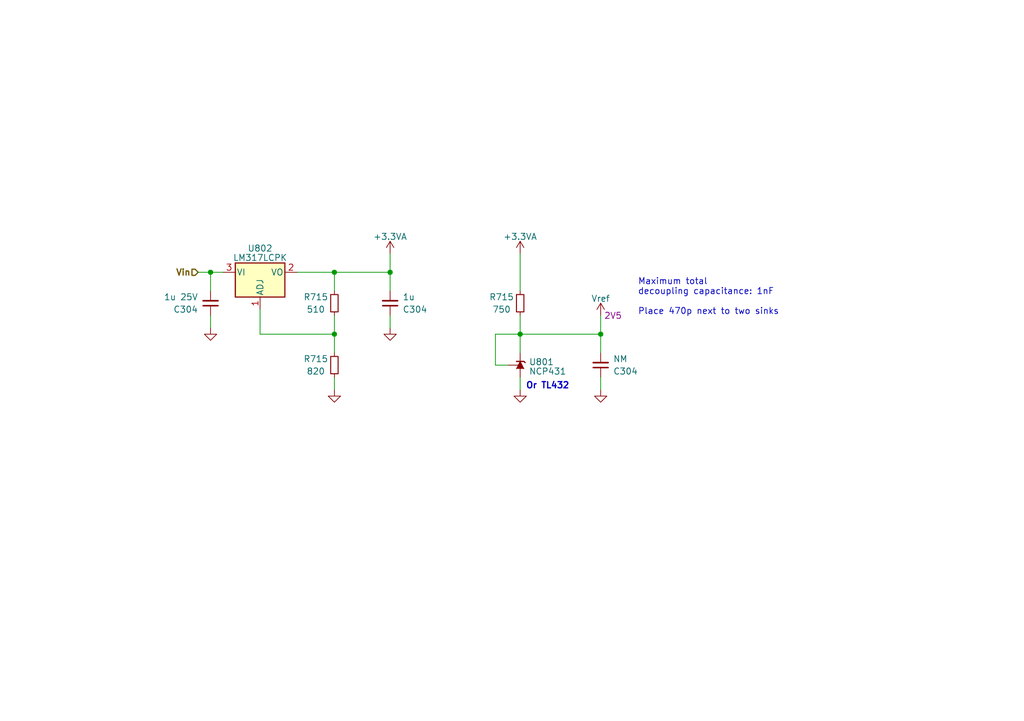
<source format=kicad_sch>
(kicad_sch (version 20230121) (generator eeschema)
  (paper "A5")
  (lib_symbols
    (symbol "+5VA_1" (power) (pin_names (offset 0))
      (property "Value" "+5VA_1" (at 0 3.5019 0))
      (symbol "+5VA_1_0_1"
        (polyline (pts (xy -0.762 1.27) (xy 0 2.54)))
        (polyline (pts (xy 0 0) (xy 0 2.54)))
        (polyline (pts (xy 0 2.54) (xy 0.762 1.27)))
      )
      (symbol "+5VA_1_1_1"
        (pin power_in line (at 0 0 90) (length 0) hide (name "Vref") (number "1"))
      )
    )
    (symbol "Device:C_Small" (pin_numbers hide) (pin_names (offset 0.254) hide)
      (property "Reference" "C" (at 0.254 1.778 0))
      (property "Value" "C_Small" (at 0.254 -2.032 0))
      (symbol "C_Small_0_1"
        (polyline (pts (xy -1.524 -0.508) (xy 1.524 -0.508)) (stroke (width 0.3302)))
        (polyline (pts (xy -1.524 0.508) (xy 1.524 0.508)) (stroke (width 0.3048)))
      )
      (symbol "C_Small_1_1"
        (pin passive line (at 0 2.54 270) (length 2.032) (name "~") (number "1"))
        (pin passive line (at 0 -2.54 90) (length 2.032) (name "~") (number "2"))
      )
    )
    (symbol "Device:R_Small" (pin_numbers hide) (pin_names (offset 0.254) hide)
      (property "Reference" "R" (at 0.762 0.508 0))
      (property "Value" "R_Small" (at 0.762 -1.016 0))
      (symbol "R_Small_0_1"
        (rectangle (start -0.762 1.778) (end 0.762 -1.778) (stroke (width 0.2032)))
      )
      (symbol "R_Small_1_1"
        (pin passive line (at 0 2.54 270) (length 0.762) (name "~") (number "1"))
        (pin passive line (at 0 -2.54 90) (length 0.762) (name "~") (number "2"))
      )
    )
    (symbol "Reference_Voltage:TL432DBZ" (pin_numbers hide) (pin_names hide)
      (property "Reference" "U" (at -2.54 2.54 0))
      (property "Value" "TL432DBZ" (at 0 -2.54 0))
      (symbol "TL432DBZ_0_1"
        (polyline (pts (xy -1.27 0) (xy 0 0) (xy 1.27 0)))
        (polyline (pts (xy -0.762 0.762) (xy 0.762 0) (xy -0.762 -0.762)) (fill (type outline)))
        (polyline (pts (xy 0.508 -1.016) (xy 0.762 -0.762) (xy 0.762 0.762) (xy 0.762 0.762)) (stroke (width 0.254)))
      )
      (symbol "TL432DBZ_1_1"
        (pin passive line (at 0 2.54 270) (length 2.54) (name "REF") (number "1"))
        (pin passive line (at 2.54 0 180) (length 1.27) (name "K") (number "2"))
        (pin passive line (at -2.54 0 0) (length 1.27) (name "A") (number "3"))
      )
    )
    (symbol "Regulator_Linear:LM317L_SOT-89" (pin_names (offset 0.254))
      (property "Reference" "U" (at -3.81 3.175 0))
      (property "Value" "LM317L_SOT-89" (at 0 3.175 0))
      (symbol "LM317L_SOT-89_0_1"
        (rectangle (start -5.08 1.905) (end 5.08 -5.08) (stroke (width 0.254)) (fill (type background)))
      )
      (symbol "LM317L_SOT-89_1_1"
        (pin input line (at 0 -7.62 90) (length 2.54) (name "ADJ") (number "1"))
        (pin power_out line (at 7.62 0 180) (length 2.54) (name "VO") (number "2"))
        (pin power_in line (at -7.62 0 0) (length 2.54) (name "VI") (number "3"))
      )
    )
    (symbol "power:+3.3VA" (power) (pin_names (offset 0))
      (property "Value" "+3.3VA" (at 0 3.556 0))
      (symbol "+3.3VA_0_1"
        (polyline (pts (xy -0.762 1.27) (xy 0 2.54)))
        (polyline (pts (xy 0 0) (xy 0 2.54)))
        (polyline (pts (xy 0 2.54) (xy 0.762 1.27)))
      )
      (symbol "+3.3VA_1_1"
        (pin power_in line (at 0 0 90) (length 0) hide (name "+3.3VA") (number "1"))
      )
    )
    (symbol "power:GND" (power) (pin_names (offset 0))
      (property "Value" "GND" (at 0 -3.81 0))
      (symbol "GND_0_1"
        (polyline (pts (xy 0 0) (xy 0 -1.27) (xy 1.27 -1.27) (xy 0 -2.54) (xy -1.27 -1.27) (xy 0 -1.27)))
      )
      (symbol "GND_1_1"
        (pin power_in line (at 0 0 270) (length 0) hide (name "GND") (number "1"))
      )
    )
  )
  (junction (at 123.19 68.58))
  (junction (at 106.68 68.58))
  (junction (at 80.01 55.88))
  (junction (at 68.58 55.88))
  (junction (at 68.58 68.58))
  (junction (at 43.18 55.88))
  (wire (pts (xy 43.18 55.88) (xy 43.18 59.69)))
  (wire (pts (xy 106.68 77.47) (xy 106.68 80.01)))
  (wire (pts (xy 68.58 55.88) (xy 60.96 55.88)))
  (wire (pts (xy 43.18 64.77) (xy 43.18 67.31)))
  (wire (pts (xy 106.68 64.77) (xy 106.68 68.58)))
  (wire (pts (xy 68.58 68.58) (xy 68.58 72.39)))
  (wire (pts (xy 123.19 64.77) (xy 123.19 68.58)))
  (wire (pts (xy 53.34 68.58) (xy 68.58 68.58)))
  (wire (pts (xy 53.34 63.5) (xy 53.34 68.58)))
  (wire (pts (xy 43.18 55.88) (xy 45.72 55.88)))
  (wire (pts (xy 68.58 59.69) (xy 68.58 55.88)))
  (wire (pts (xy 40.64 55.88) (xy 43.18 55.88)))
  (wire (pts (xy 68.58 77.47) (xy 68.58 80.01)))
  (wire (pts (xy 123.19 77.47) (xy 123.19 80.01)))
  (wire (pts (xy 104.14 74.93) (xy 101.6 74.93)))
  (wire (pts (xy 80.01 52.07) (xy 80.01 55.88)))
  (wire (pts (xy 101.6 68.58) (xy 106.68 68.58)))
  (wire (pts (xy 68.58 55.88) (xy 80.01 55.88)))
  (wire (pts (xy 106.68 68.58) (xy 106.68 72.39)))
  (wire (pts (xy 80.01 55.88) (xy 80.01 59.69)))
  (wire (pts (xy 106.68 68.58) (xy 123.19 68.58)))
  (wire (pts (xy 123.19 72.39) (xy 123.19 68.58)))
  (wire (pts (xy 106.68 52.07) (xy 106.68 59.69)))
  (wire (pts (xy 68.58 68.58) (xy 68.58 64.77)))
  (wire (pts (xy 80.01 64.77) (xy 80.01 67.31)))
  (wire (pts (xy 101.6 74.93) (xy 101.6 68.58)))
  (text "Or TL432" (at 116.84 80.01 0) (effects (font (size 1.27 1.27) bold) (justify right bottom)))
  (text "Maximum total\ndecoupling capacitance: 1nF\n\nPlace 470p next to two sinks" (at 130.81 64.77 0) (effects (font (size 1.27 1.27)) (justify left bottom)))
  (hierarchical_label "Vin" (shape input) (at 40.64 55.88 180) (effects (font bold)))
  (symbol (lib_id "power:+3.3VA") (at 106.68 52.07 0) (unit 1)
    (property "Reference" "#PWR0102" (effects hide))
    (property "Value" "+3.3VA" (at 106.68 48.5681 0))
    (instances (project "OpenUPS_ups" (path "" (reference "#PWR0102") (unit 1)) (path "" (reference "#PWR0431") (unit 1)) (path "" (reference "#PWR0804") (unit 1))))
  )
  (symbol (lib_id "Reference_Voltage:TL432DBZ") (at 106.68 74.93 90) (unit 1)
    (property "Reference" "U801" (at 108.458 74.2863 90) (effects (justify right)))
    (property "Value" "NCP431" (at 108.458 76.2073 90) (effects (justify right)))
    (property "Footprint" "Package_TO_SOT_SMD:SOT-23" (effects hide))
    (property "Datasheet" "https://www.onsemi.com/pdf/datasheet/ncp431-d.pdf" (effects hide))
  )
  (symbol (lib_id "Device:C_Small") (at 80.01 62.23 180) (unit 1)
    (property "Reference" "C304" (at 82.55 63.5 0) (effects (justify right)))
    (property "Value" "1u" (at 82.55 60.96 0) (effects (justify right)))
    (property "Footprint" "Capacitor_SMD:C_0603_1608Metric" (effects hide))
    (instances (project "OpenUPS_ups" (path "" (reference "C304") (unit 1)) (path "" (reference "C506") (unit 1)) (path "" (reference "C802") (unit 1))))
  )
  (symbol (lib_id "Device:C_Small") (at 123.19 74.93 180) (unit 1)
    (property "Reference" "C304" (at 125.73 76.2 0) (effects (justify right)))
    (property "Value" "NM" (at 125.73 73.66 0) (effects (justify right)))
    (property "Footprint" "Capacitor_SMD:C_0603_1608Metric" (effects hide))
    (instances (project "OpenUPS_ups" (path "" (reference "C304") (unit 1)) (path "" (reference "C506") (unit 1)) (path "" (reference "C801") (unit 1))))
  )
  (symbol (lib_id "power:GND") (at 123.19 80.01 0) (unit 1)
    (property "Reference" "#PWR0306" (effects hide))
    (property "Value" "GND" (effects hide))
    (instances (project "OpenUPS_ups" (path "" (reference "#PWR0306") (unit 1)) (path "" (reference "#PWR0514") (unit 1)) (path "" (reference "#PWR0805") (unit 1))))
  )
  (symbol (lib_id "Device:R_Small") (at 106.68 62.23 180) (unit 1)
    (property "Reference" "R715" (at 102.87 60.96 0))
    (property "Value" "750" (at 102.87 63.5 0))
    (property "Footprint" "Resistor_SMD:R_0603_1608Metric" (effects hide))
    (instances (project "OpenUPS_ups" (path "" (reference "R715") (unit 1)) (path "" (reference "R413") (unit 1)) (path "" (reference "R506") (unit 1)) (path "" (reference "R801") (unit 1))))
  )
  (symbol (lib_id "Regulator_Linear:LM317L_SOT-89") (at 53.34 55.88 0) (unit 1)
    (property "Reference" "U802" (at 53.34 50.9651 0))
    (property "Value" "LM317LCPK" (at 53.34 52.8861 0))
    (property "Footprint" "Package_TO_SOT_SMD:SOT-89-3" (effects hide))
    (property "Datasheet" "http://www.ti.com/lit/ds/symlink/lm317l.pdf" (effects hide))
  )
  (symbol (lib_name "+5VA_1") (lib_id "power:+5VA") (at 123.19 64.77 0) (unit 1)
    (property "Reference" "#PWR0513" (effects hide))
    (property "Value" "Vref" (at 123.19 61.2681 0))
    (property "Comment" "2V5" (at 125.73 64.77 0))
    (instances (project "OpenUPS_ups" (path "" (reference "#PWR0513") (unit 1)) (path "" (reference "#PWR0803") (unit 1))))
  )
  (symbol (lib_id "Device:R_Small") (at 68.58 62.23 180) (unit 1)
    (property "Reference" "R715" (at 64.77 60.96 0))
    (property "Value" "510" (at 64.77 63.5 0))
    (property "Footprint" "Resistor_SMD:R_0603_1608Metric" (effects hide))
    (instances (project "OpenUPS_ups" (path "" (reference "R715") (unit 1)) (path "" (reference "R413") (unit 1)) (path "" (reference "R506") (unit 1)) (path "" (reference "R802") (unit 1))))
  )
  (symbol (lib_id "Device:R_Small") (at 68.58 74.93 180) (unit 1)
    (property "Reference" "R715" (at 64.77 73.66 0))
    (property "Value" "820" (at 64.77 76.2 0))
    (property "Footprint" "Resistor_SMD:R_0603_1608Metric" (effects hide))
    (instances (project "OpenUPS_ups" (path "" (reference "R715") (unit 1)) (path "" (reference "R413") (unit 1)) (path "" (reference "R506") (unit 1)) (path "" (reference "R803") (unit 1))))
  )
  (symbol (lib_id "Device:C_Small") (at 43.18 62.23 0) (mirror x) (unit 1)
    (property "Reference" "C304" (at 40.64 63.5 0) (effects (justify right)))
    (property "Value" "1u 25V" (at 40.64 60.96 0) (effects (justify right)))
    (property "Footprint" "Capacitor_SMD:C_0603_1608Metric" (effects hide))
    (instances (project "OpenUPS_ups" (path "" (reference "C304") (unit 1)) (path "" (reference "C506") (unit 1)) (path "" (reference "C803") (unit 1))))
  )
  (symbol (lib_id "power:+3.3VA") (at 80.01 52.07 0) (unit 1)
    (property "Reference" "#PWR0102" (effects hide))
    (property "Value" "+3.3VA" (at 80.01 48.5681 0))
    (instances (project "OpenUPS_ups" (path "" (reference "#PWR0102") (unit 1)) (path "" (reference "#PWR0431") (unit 1)) (path "" (reference "#PWR0801") (unit 1))))
  )
  (symbol (lib_id "power:GND") (at 68.58 80.01 0) (unit 1)
    (property "Reference" "#PWR0306" (effects hide))
    (property "Value" "GND" (effects hide))
    (instances (project "OpenUPS_ups" (path "" (reference "#PWR0306") (unit 1)) (path "" (reference "#PWR0514") (unit 1)) (path "" (reference "#PWR0806") (unit 1))))
  )
  (symbol (lib_id "power:GND") (at 80.01 67.31 0) (unit 1)
    (property "Reference" "#PWR0306" (effects hide))
    (property "Value" "GND" (effects hide))
    (instances (project "OpenUPS_ups" (path "" (reference "#PWR0306") (unit 1)) (path "" (reference "#PWR0514") (unit 1)) (path "" (reference "#PWR0807") (unit 1))))
  )
  (symbol (lib_id "power:GND") (at 43.18 67.31 0) (mirror y) (unit 1)
    (property "Reference" "#PWR0306" (effects hide))
    (property "Value" "GND" (effects hide))
    (instances (project "OpenUPS_ups" (path "" (reference "#PWR0306") (unit 1)) (path "" (reference "#PWR0514") (unit 1)) (path "" (reference "#PWR0808") (unit 1))))
  )
  (symbol (lib_id "power:GND") (at 106.68 80.01 0) (unit 1)
    (property "Reference" "#PWR0306" (effects hide))
    (property "Value" "GND" (effects hide))
    (instances (project "OpenUPS_ups" (path "" (reference "#PWR0306") (unit 1)) (path "" (reference "#PWR0514") (unit 1)) (path "" (reference "#PWR0802") (unit 1))))
  )
)
</source>
